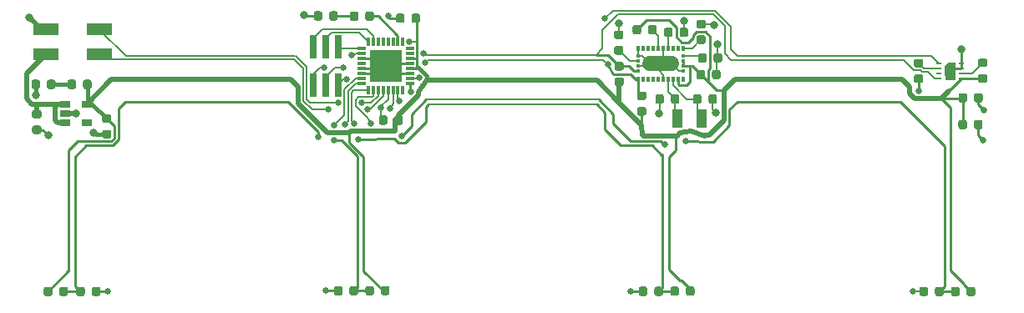
<source format=gtl>
G04 #@! TF.GenerationSoftware,KiCad,Pcbnew,(5.99.0-2415-gbbdd3fce7)*
G04 #@! TF.CreationDate,2020-08-31T21:48:50-07:00*
G04 #@! TF.ProjectId,VineHoop_Islands,56696e65-486f-46f7-905f-49736c616e64,rev?*
G04 #@! TF.SameCoordinates,Original*
G04 #@! TF.FileFunction,Copper,L1,Top*
G04 #@! TF.FilePolarity,Positive*
%FSLAX46Y46*%
G04 Gerber Fmt 4.6, Leading zero omitted, Abs format (unit mm)*
G04 Created by KiCad (PCBNEW (5.99.0-2415-gbbdd3fce7)) date 2020-08-31 21:48:50*
%MOMM*%
%LPD*%
G01*
G04 APERTURE LIST*
G04 #@! TA.AperFunction,EtchedComponent*
%ADD10C,0.010000*%
G04 #@! TD*
G04 #@! TA.AperFunction,SMDPad,CuDef*
%ADD11R,2.540000X1.270000*%
G04 #@! TD*
G04 #@! TA.AperFunction,SMDPad,CuDef*
%ADD12R,0.812800X0.304800*%
G04 #@! TD*
G04 #@! TA.AperFunction,SMDPad,CuDef*
%ADD13R,0.304800X0.812800*%
G04 #@! TD*
G04 #@! TA.AperFunction,SMDPad,CuDef*
%ADD14R,3.251200X3.251200*%
G04 #@! TD*
G04 #@! TA.AperFunction,SMDPad,CuDef*
%ADD15R,0.550000X0.250000*%
G04 #@! TD*
G04 #@! TA.AperFunction,SMDPad,CuDef*
%ADD16R,1.000000X1.000000*%
G04 #@! TD*
G04 #@! TA.AperFunction,SMDPad,CuDef*
%ADD17R,0.300000X0.525000*%
G04 #@! TD*
G04 #@! TA.AperFunction,SMDPad,CuDef*
%ADD18R,0.425000X0.300000*%
G04 #@! TD*
G04 #@! TA.AperFunction,SMDPad,CuDef*
%ADD19R,1.060000X0.650000*%
G04 #@! TD*
G04 #@! TA.AperFunction,SMDPad,CuDef*
%ADD20R,0.760000X2.400000*%
G04 #@! TD*
G04 #@! TA.AperFunction,SMDPad,CuDef*
%ADD21R,1.100000X1.900000*%
G04 #@! TD*
G04 #@! TA.AperFunction,ViaPad*
%ADD22C,0.660400*%
G04 #@! TD*
G04 #@! TA.AperFunction,ViaPad*
%ADD23C,0.800000*%
G04 #@! TD*
G04 #@! TA.AperFunction,Conductor*
%ADD24C,0.254000*%
G04 #@! TD*
G04 #@! TA.AperFunction,Conductor*
%ADD25C,0.152400*%
G04 #@! TD*
G04 #@! TA.AperFunction,Conductor*
%ADD26C,0.508000*%
G04 #@! TD*
G04 #@! TA.AperFunction,Conductor*
%ADD27C,0.381000*%
G04 #@! TD*
G04 #@! TA.AperFunction,Conductor*
%ADD28C,1.524000*%
G04 #@! TD*
G04 APERTURE END LIST*
G36*
X219475000Y-58675000D02*
G01*
X218475000Y-58675000D01*
X218475000Y-57275000D01*
X218775000Y-56975000D01*
X219475000Y-56975000D01*
X219475000Y-58675000D01*
G37*
D10*
X219475000Y-58675000D02*
X218475000Y-58675000D01*
X218475000Y-57275000D01*
X218775000Y-56975000D01*
X219475000Y-56975000D01*
X219475000Y-58675000D01*
G04 #@! TA.AperFunction,SMDPad,CuDef*
G36*
G01*
X221400000Y-63536250D02*
X221400000Y-63023750D01*
G75*
G02*
X221618750Y-62805000I218750J0D01*
G01*
X222056250Y-62805000D01*
G75*
G02*
X222275000Y-63023750I0J-218750D01*
G01*
X222275000Y-63536250D01*
G75*
G02*
X222056250Y-63755000I-218750J0D01*
G01*
X221618750Y-63755000D01*
G75*
G02*
X221400000Y-63536250I0J218750D01*
G01*
G37*
G04 #@! TD.AperFunction*
G04 #@! TA.AperFunction,SMDPad,CuDef*
G36*
G01*
X219825000Y-63536250D02*
X219825000Y-63023750D01*
G75*
G02*
X220043750Y-62805000I218750J0D01*
G01*
X220481250Y-62805000D01*
G75*
G02*
X220700000Y-63023750I0J-218750D01*
G01*
X220700000Y-63536250D01*
G75*
G02*
X220481250Y-63755000I-218750J0D01*
G01*
X220043750Y-63755000D01*
G75*
G02*
X219825000Y-63536250I0J218750D01*
G01*
G37*
G04 #@! TD.AperFunction*
G04 #@! TA.AperFunction,SMDPad,CuDef*
G36*
G01*
X220710000Y-60313750D02*
X220710000Y-60826250D01*
G75*
G02*
X220491250Y-61045000I-218750J0D01*
G01*
X220053750Y-61045000D01*
G75*
G02*
X219835000Y-60826250I0J218750D01*
G01*
X219835000Y-60313750D01*
G75*
G02*
X220053750Y-60095000I218750J0D01*
G01*
X220491250Y-60095000D01*
G75*
G02*
X220710000Y-60313750I0J-218750D01*
G01*
G37*
G04 #@! TD.AperFunction*
G04 #@! TA.AperFunction,SMDPad,CuDef*
G36*
G01*
X222285000Y-60313750D02*
X222285000Y-60826250D01*
G75*
G02*
X222066250Y-61045000I-218750J0D01*
G01*
X221628750Y-61045000D01*
G75*
G02*
X221410000Y-60826250I0J218750D01*
G01*
X221410000Y-60313750D01*
G75*
G02*
X221628750Y-60095000I218750J0D01*
G01*
X222066250Y-60095000D01*
G75*
G02*
X222285000Y-60313750I0J-218750D01*
G01*
G37*
G04 #@! TD.AperFunction*
D11*
X127311101Y-53616800D03*
X132771101Y-53616800D03*
X127311101Y-56156800D03*
X132771101Y-56156800D03*
G04 #@! TA.AperFunction,SMDPad,CuDef*
G36*
G01*
X192910000Y-60936250D02*
X192910000Y-60423750D01*
G75*
G02*
X193128750Y-60205000I218750J0D01*
G01*
X193566250Y-60205000D01*
G75*
G02*
X193785000Y-60423750I0J-218750D01*
G01*
X193785000Y-60936250D01*
G75*
G02*
X193566250Y-61155000I-218750J0D01*
G01*
X193128750Y-61155000D01*
G75*
G02*
X192910000Y-60936250I0J218750D01*
G01*
G37*
G04 #@! TD.AperFunction*
G04 #@! TA.AperFunction,SMDPad,CuDef*
G36*
G01*
X194485000Y-60936250D02*
X194485000Y-60423750D01*
G75*
G02*
X194703750Y-60205000I218750J0D01*
G01*
X195141250Y-60205000D01*
G75*
G02*
X195360000Y-60423750I0J-218750D01*
G01*
X195360000Y-60936250D01*
G75*
G02*
X195141250Y-61155000I-218750J0D01*
G01*
X194703750Y-61155000D01*
G75*
G02*
X194485000Y-60936250I0J218750D01*
G01*
G37*
G04 #@! TD.AperFunction*
G04 #@! TA.AperFunction,SMDPad,CuDef*
G36*
G01*
X191550000Y-60423750D02*
X191550000Y-60936250D01*
G75*
G02*
X191331250Y-61155000I-218750J0D01*
G01*
X190893750Y-61155000D01*
G75*
G02*
X190675000Y-60936250I0J218750D01*
G01*
X190675000Y-60423750D01*
G75*
G02*
X190893750Y-60205000I218750J0D01*
G01*
X191331250Y-60205000D01*
G75*
G02*
X191550000Y-60423750I0J-218750D01*
G01*
G37*
G04 #@! TD.AperFunction*
G04 #@! TA.AperFunction,SMDPad,CuDef*
G36*
G01*
X189975000Y-60423750D02*
X189975000Y-60936250D01*
G75*
G02*
X189756250Y-61155000I-218750J0D01*
G01*
X189318750Y-61155000D01*
G75*
G02*
X189100000Y-60936250I0J218750D01*
G01*
X189100000Y-60423750D01*
G75*
G02*
X189318750Y-60205000I218750J0D01*
G01*
X189756250Y-60205000D01*
G75*
G02*
X189975000Y-60423750I0J-218750D01*
G01*
G37*
G04 #@! TD.AperFunction*
G04 #@! TA.AperFunction,SMDPad,CuDef*
G36*
G01*
X162802000Y-52749250D02*
X162802000Y-52236750D01*
G75*
G02*
X163020750Y-52018000I218750J0D01*
G01*
X163458250Y-52018000D01*
G75*
G02*
X163677000Y-52236750I0J-218750D01*
G01*
X163677000Y-52749250D01*
G75*
G02*
X163458250Y-52968000I-218750J0D01*
G01*
X163020750Y-52968000D01*
G75*
G02*
X162802000Y-52749250I0J218750D01*
G01*
G37*
G04 #@! TD.AperFunction*
G04 #@! TA.AperFunction,SMDPad,CuDef*
G36*
G01*
X164377000Y-52749250D02*
X164377000Y-52236750D01*
G75*
G02*
X164595750Y-52018000I218750J0D01*
G01*
X165033250Y-52018000D01*
G75*
G02*
X165252000Y-52236750I0J-218750D01*
G01*
X165252000Y-52749250D01*
G75*
G02*
X165033250Y-52968000I-218750J0D01*
G01*
X164595750Y-52968000D01*
G75*
G02*
X164377000Y-52749250I0J218750D01*
G01*
G37*
G04 #@! TD.AperFunction*
G04 #@! TA.AperFunction,SMDPad,CuDef*
G36*
G01*
X193425800Y-56780150D02*
X193425800Y-56267650D01*
G75*
G02*
X193644550Y-56048900I218750J0D01*
G01*
X194082050Y-56048900D01*
G75*
G02*
X194300800Y-56267650I0J-218750D01*
G01*
X194300800Y-56780150D01*
G75*
G02*
X194082050Y-56998900I-218750J0D01*
G01*
X193644550Y-56998900D01*
G75*
G02*
X193425800Y-56780150I0J218750D01*
G01*
G37*
G04 #@! TD.AperFunction*
G04 #@! TA.AperFunction,SMDPad,CuDef*
G36*
G01*
X195000800Y-56780150D02*
X195000800Y-56267650D01*
G75*
G02*
X195219550Y-56048900I218750J0D01*
G01*
X195657050Y-56048900D01*
G75*
G02*
X195875800Y-56267650I0J-218750D01*
G01*
X195875800Y-56780150D01*
G75*
G02*
X195657050Y-56998900I-218750J0D01*
G01*
X195219550Y-56998900D01*
G75*
G02*
X195000800Y-56780150I0J218750D01*
G01*
G37*
G04 #@! TD.AperFunction*
G04 #@! TA.AperFunction,SMDPad,CuDef*
G36*
G01*
X185646450Y-56188600D02*
X185133950Y-56188600D01*
G75*
G02*
X184915200Y-55969850I0J218750D01*
G01*
X184915200Y-55532350D01*
G75*
G02*
X185133950Y-55313600I218750J0D01*
G01*
X185646450Y-55313600D01*
G75*
G02*
X185865200Y-55532350I0J-218750D01*
G01*
X185865200Y-55969850D01*
G75*
G02*
X185646450Y-56188600I-218750J0D01*
G01*
G37*
G04 #@! TD.AperFunction*
G04 #@! TA.AperFunction,SMDPad,CuDef*
G36*
G01*
X185646450Y-54613600D02*
X185133950Y-54613600D01*
G75*
G02*
X184915200Y-54394850I0J218750D01*
G01*
X184915200Y-53957350D01*
G75*
G02*
X185133950Y-53738600I218750J0D01*
G01*
X185646450Y-53738600D01*
G75*
G02*
X185865200Y-53957350I0J-218750D01*
G01*
X185865200Y-54394850D01*
G75*
G02*
X185646450Y-54613600I-218750J0D01*
G01*
G37*
G04 #@! TD.AperFunction*
G04 #@! TA.AperFunction,SMDPad,CuDef*
G36*
G01*
X222544850Y-57452700D02*
X222032350Y-57452700D01*
G75*
G02*
X221813600Y-57233950I0J218750D01*
G01*
X221813600Y-56796450D01*
G75*
G02*
X222032350Y-56577700I218750J0D01*
G01*
X222544850Y-56577700D01*
G75*
G02*
X222763600Y-56796450I0J-218750D01*
G01*
X222763600Y-57233950D01*
G75*
G02*
X222544850Y-57452700I-218750J0D01*
G01*
G37*
G04 #@! TD.AperFunction*
G04 #@! TA.AperFunction,SMDPad,CuDef*
G36*
G01*
X222544850Y-59027700D02*
X222032350Y-59027700D01*
G75*
G02*
X221813600Y-58808950I0J218750D01*
G01*
X221813600Y-58371450D01*
G75*
G02*
X222032350Y-58152700I218750J0D01*
G01*
X222544850Y-58152700D01*
G75*
G02*
X222763600Y-58371450I0J-218750D01*
G01*
X222763600Y-58808950D01*
G75*
G02*
X222544850Y-59027700I-218750J0D01*
G01*
G37*
G04 #@! TD.AperFunction*
D12*
X164230300Y-59071600D03*
X164230300Y-58563600D03*
X164230300Y-58081000D03*
X164230300Y-57573000D03*
X164230300Y-57065000D03*
X164230300Y-56557000D03*
X164230300Y-56074400D03*
X164230300Y-55566400D03*
D13*
X163519100Y-54855200D03*
X163011100Y-54855200D03*
X162528500Y-54855200D03*
X162020500Y-54855200D03*
X161512500Y-54855200D03*
X161004500Y-54855200D03*
X160521900Y-54855200D03*
X160013900Y-54855200D03*
D12*
X159302700Y-55566400D03*
X159302700Y-56074400D03*
X159302700Y-56557000D03*
X159302700Y-57065000D03*
X159302700Y-57573000D03*
X159302700Y-58081000D03*
X159302700Y-58563600D03*
X159302700Y-59071600D03*
D13*
X160013900Y-59782800D03*
X160521900Y-59782800D03*
X161004500Y-59782800D03*
X161512500Y-59782800D03*
X162020500Y-59782800D03*
X162528500Y-59782800D03*
X163011100Y-59782800D03*
X163519100Y-59782800D03*
D14*
X161766500Y-57319000D03*
D15*
X217800000Y-57075000D03*
X217800000Y-57575000D03*
X217800000Y-58075000D03*
X217800000Y-58575000D03*
X220150000Y-58575000D03*
X220150000Y-58075000D03*
X220150000Y-57575000D03*
X220150000Y-57075000D03*
D16*
X218975000Y-57825000D03*
D17*
X191900000Y-58662500D03*
D18*
X191962500Y-57850000D03*
X191962500Y-57350000D03*
X191962500Y-56850000D03*
X191962500Y-56350000D03*
D17*
X191900000Y-55537500D03*
X191400000Y-55537500D03*
X190900000Y-55537500D03*
X190400000Y-55537500D03*
X189900000Y-55537500D03*
X189400000Y-55537500D03*
X188900000Y-55537500D03*
X188400000Y-55537500D03*
X187900000Y-55537500D03*
X187400000Y-55537500D03*
D18*
X187337500Y-56350000D03*
X187337500Y-56850000D03*
X187337500Y-57350000D03*
X187337500Y-57850000D03*
D17*
X187400000Y-58662500D03*
X187900000Y-58662500D03*
X188400000Y-58662500D03*
X188900000Y-58662500D03*
X189400000Y-58662500D03*
X189900000Y-58662500D03*
X190400000Y-58662500D03*
X190900000Y-58662500D03*
X191400000Y-58662500D03*
G04 #@! TA.AperFunction,SMDPad,CuDef*
G36*
G01*
X187464750Y-59921500D02*
X187977250Y-59921500D01*
G75*
G02*
X188196000Y-60140250I0J-218750D01*
G01*
X188196000Y-60577750D01*
G75*
G02*
X187977250Y-60796500I-218750J0D01*
G01*
X187464750Y-60796500D01*
G75*
G02*
X187246000Y-60577750I0J218750D01*
G01*
X187246000Y-60140250D01*
G75*
G02*
X187464750Y-59921500I218750J0D01*
G01*
G37*
G04 #@! TD.AperFunction*
G04 #@! TA.AperFunction,SMDPad,CuDef*
G36*
G01*
X187464750Y-61496500D02*
X187977250Y-61496500D01*
G75*
G02*
X188196000Y-61715250I0J-218750D01*
G01*
X188196000Y-62152750D01*
G75*
G02*
X187977250Y-62371500I-218750J0D01*
G01*
X187464750Y-62371500D01*
G75*
G02*
X187246000Y-62152750I0J218750D01*
G01*
X187246000Y-61715250D01*
G75*
G02*
X187464750Y-61496500I218750J0D01*
G01*
G37*
G04 #@! TD.AperFunction*
G04 #@! TA.AperFunction,SMDPad,CuDef*
G36*
G01*
X161075000Y-63081250D02*
X161075000Y-62568750D01*
G75*
G02*
X161293750Y-62350000I218750J0D01*
G01*
X161731250Y-62350000D01*
G75*
G02*
X161950000Y-62568750I0J-218750D01*
G01*
X161950000Y-63081250D01*
G75*
G02*
X161731250Y-63300000I-218750J0D01*
G01*
X161293750Y-63300000D01*
G75*
G02*
X161075000Y-63081250I0J218750D01*
G01*
G37*
G04 #@! TD.AperFunction*
G04 #@! TA.AperFunction,SMDPad,CuDef*
G36*
G01*
X162650000Y-63081250D02*
X162650000Y-62568750D01*
G75*
G02*
X162868750Y-62350000I218750J0D01*
G01*
X163306250Y-62350000D01*
G75*
G02*
X163525000Y-62568750I0J-218750D01*
G01*
X163525000Y-63081250D01*
G75*
G02*
X163306250Y-63300000I-218750J0D01*
G01*
X162868750Y-63300000D01*
G75*
G02*
X162650000Y-63081250I0J218750D01*
G01*
G37*
G04 #@! TD.AperFunction*
G04 #@! TA.AperFunction,SMDPad,CuDef*
G36*
G01*
X216044850Y-59065200D02*
X215532350Y-59065200D01*
G75*
G02*
X215313600Y-58846450I0J218750D01*
G01*
X215313600Y-58408950D01*
G75*
G02*
X215532350Y-58190200I218750J0D01*
G01*
X216044850Y-58190200D01*
G75*
G02*
X216263600Y-58408950I0J-218750D01*
G01*
X216263600Y-58846450D01*
G75*
G02*
X216044850Y-59065200I-218750J0D01*
G01*
G37*
G04 #@! TD.AperFunction*
G04 #@! TA.AperFunction,SMDPad,CuDef*
G36*
G01*
X216044850Y-57490200D02*
X215532350Y-57490200D01*
G75*
G02*
X215313600Y-57271450I0J218750D01*
G01*
X215313600Y-56833950D01*
G75*
G02*
X215532350Y-56615200I218750J0D01*
G01*
X216044850Y-56615200D01*
G75*
G02*
X216263600Y-56833950I0J-218750D01*
G01*
X216263600Y-57271450D01*
G75*
G02*
X216044850Y-57490200I-218750J0D01*
G01*
G37*
G04 #@! TD.AperFunction*
G04 #@! TA.AperFunction,SMDPad,CuDef*
G36*
G01*
X189240000Y-53398750D02*
X189240000Y-53911250D01*
G75*
G02*
X189021250Y-54130000I-218750J0D01*
G01*
X188583750Y-54130000D01*
G75*
G02*
X188365000Y-53911250I0J218750D01*
G01*
X188365000Y-53398750D01*
G75*
G02*
X188583750Y-53180000I218750J0D01*
G01*
X189021250Y-53180000D01*
G75*
G02*
X189240000Y-53398750I0J-218750D01*
G01*
G37*
G04 #@! TD.AperFunction*
G04 #@! TA.AperFunction,SMDPad,CuDef*
G36*
G01*
X187665000Y-53398750D02*
X187665000Y-53911250D01*
G75*
G02*
X187446250Y-54130000I-218750J0D01*
G01*
X187008750Y-54130000D01*
G75*
G02*
X186790000Y-53911250I0J218750D01*
G01*
X186790000Y-53398750D01*
G75*
G02*
X187008750Y-53180000I218750J0D01*
G01*
X187446250Y-53180000D01*
G75*
G02*
X187665000Y-53398750I0J-218750D01*
G01*
G37*
G04 #@! TD.AperFunction*
G04 #@! TA.AperFunction,SMDPad,CuDef*
G36*
G01*
X194001250Y-55097500D02*
X193488750Y-55097500D01*
G75*
G02*
X193270000Y-54878750I0J218750D01*
G01*
X193270000Y-54441250D01*
G75*
G02*
X193488750Y-54222500I218750J0D01*
G01*
X194001250Y-54222500D01*
G75*
G02*
X194220000Y-54441250I0J-218750D01*
G01*
X194220000Y-54878750D01*
G75*
G02*
X194001250Y-55097500I-218750J0D01*
G01*
G37*
G04 #@! TD.AperFunction*
G04 #@! TA.AperFunction,SMDPad,CuDef*
G36*
G01*
X194001250Y-53522500D02*
X193488750Y-53522500D01*
G75*
G02*
X193270000Y-53303750I0J218750D01*
G01*
X193270000Y-52866250D01*
G75*
G02*
X193488750Y-52647500I218750J0D01*
G01*
X194001250Y-52647500D01*
G75*
G02*
X194220000Y-52866250I0J-218750D01*
G01*
X194220000Y-53303750D01*
G75*
G02*
X194001250Y-53522500I-218750J0D01*
G01*
G37*
G04 #@! TD.AperFunction*
G04 #@! TA.AperFunction,SMDPad,CuDef*
G36*
G01*
X189986500Y-54170250D02*
X189986500Y-53657750D01*
G75*
G02*
X190205250Y-53439000I218750J0D01*
G01*
X190642750Y-53439000D01*
G75*
G02*
X190861500Y-53657750I0J-218750D01*
G01*
X190861500Y-54170250D01*
G75*
G02*
X190642750Y-54389000I-218750J0D01*
G01*
X190205250Y-54389000D01*
G75*
G02*
X189986500Y-54170250I0J218750D01*
G01*
G37*
G04 #@! TD.AperFunction*
G04 #@! TA.AperFunction,SMDPad,CuDef*
G36*
G01*
X191561500Y-54170250D02*
X191561500Y-53657750D01*
G75*
G02*
X191780250Y-53439000I218750J0D01*
G01*
X192217750Y-53439000D01*
G75*
G02*
X192436500Y-53657750I0J-218750D01*
G01*
X192436500Y-54170250D01*
G75*
G02*
X192217750Y-54389000I-218750J0D01*
G01*
X191780250Y-54389000D01*
G75*
G02*
X191561500Y-54170250I0J218750D01*
G01*
G37*
G04 #@! TD.AperFunction*
G04 #@! TA.AperFunction,SMDPad,CuDef*
G36*
G01*
X185178750Y-56924500D02*
X185691250Y-56924500D01*
G75*
G02*
X185910000Y-57143250I0J-218750D01*
G01*
X185910000Y-57580750D01*
G75*
G02*
X185691250Y-57799500I-218750J0D01*
G01*
X185178750Y-57799500D01*
G75*
G02*
X184960000Y-57580750I0J218750D01*
G01*
X184960000Y-57143250D01*
G75*
G02*
X185178750Y-56924500I218750J0D01*
G01*
G37*
G04 #@! TD.AperFunction*
G04 #@! TA.AperFunction,SMDPad,CuDef*
G36*
G01*
X185178750Y-58499500D02*
X185691250Y-58499500D01*
G75*
G02*
X185910000Y-58718250I0J-218750D01*
G01*
X185910000Y-59155750D01*
G75*
G02*
X185691250Y-59374500I-218750J0D01*
G01*
X185178750Y-59374500D01*
G75*
G02*
X184960000Y-59155750I0J218750D01*
G01*
X184960000Y-58718250D01*
G75*
G02*
X185178750Y-58499500I218750J0D01*
G01*
G37*
G04 #@! TD.AperFunction*
G04 #@! TA.AperFunction,SMDPad,CuDef*
G36*
G01*
X133243750Y-62245803D02*
X133756250Y-62245803D01*
G75*
G02*
X133975000Y-62464553I0J-218750D01*
G01*
X133975000Y-62902053D01*
G75*
G02*
X133756250Y-63120803I-218750J0D01*
G01*
X133243750Y-63120803D01*
G75*
G02*
X133025000Y-62902053I0J218750D01*
G01*
X133025000Y-62464553D01*
G75*
G02*
X133243750Y-62245803I218750J0D01*
G01*
G37*
G04 #@! TD.AperFunction*
G04 #@! TA.AperFunction,SMDPad,CuDef*
G36*
G01*
X133243750Y-63820803D02*
X133756250Y-63820803D01*
G75*
G02*
X133975000Y-64039553I0J-218750D01*
G01*
X133975000Y-64477053D01*
G75*
G02*
X133756250Y-64695803I-218750J0D01*
G01*
X133243750Y-64695803D01*
G75*
G02*
X133025000Y-64477053I0J218750D01*
G01*
X133025000Y-64039553D01*
G75*
G02*
X133243750Y-63820803I218750J0D01*
G01*
G37*
G04 #@! TD.AperFunction*
D19*
X129238899Y-61183303D03*
X129238899Y-62133303D03*
X129238899Y-63083303D03*
X131438899Y-63083303D03*
X131438899Y-61183303D03*
G04 #@! TA.AperFunction,SMDPad,CuDef*
G36*
G01*
X154470600Y-52514850D02*
X154470600Y-52002350D01*
G75*
G02*
X154689350Y-51783600I218750J0D01*
G01*
X155126850Y-51783600D01*
G75*
G02*
X155345600Y-52002350I0J-218750D01*
G01*
X155345600Y-52514850D01*
G75*
G02*
X155126850Y-52733600I-218750J0D01*
G01*
X154689350Y-52733600D01*
G75*
G02*
X154470600Y-52514850I0J218750D01*
G01*
G37*
G04 #@! TD.AperFunction*
G04 #@! TA.AperFunction,SMDPad,CuDef*
G36*
G01*
X156045600Y-52514850D02*
X156045600Y-52002350D01*
G75*
G02*
X156264350Y-51783600I218750J0D01*
G01*
X156701850Y-51783600D01*
G75*
G02*
X156920600Y-52002350I0J-218750D01*
G01*
X156920600Y-52514850D01*
G75*
G02*
X156701850Y-52733600I-218750J0D01*
G01*
X156264350Y-52733600D01*
G75*
G02*
X156045600Y-52514850I0J218750D01*
G01*
G37*
G04 #@! TD.AperFunction*
G04 #@! TA.AperFunction,SMDPad,CuDef*
G36*
G01*
X158128500Y-52540250D02*
X158128500Y-52027750D01*
G75*
G02*
X158347250Y-51809000I218750J0D01*
G01*
X158784750Y-51809000D01*
G75*
G02*
X159003500Y-52027750I0J-218750D01*
G01*
X159003500Y-52540250D01*
G75*
G02*
X158784750Y-52759000I-218750J0D01*
G01*
X158347250Y-52759000D01*
G75*
G02*
X158128500Y-52540250I0J218750D01*
G01*
G37*
G04 #@! TD.AperFunction*
G04 #@! TA.AperFunction,SMDPad,CuDef*
G36*
G01*
X159703500Y-52540250D02*
X159703500Y-52027750D01*
G75*
G02*
X159922250Y-51809000I218750J0D01*
G01*
X160359750Y-51809000D01*
G75*
G02*
X160578500Y-52027750I0J-218750D01*
G01*
X160578500Y-52540250D01*
G75*
G02*
X160359750Y-52759000I-218750J0D01*
G01*
X159922250Y-52759000D01*
G75*
G02*
X159703500Y-52540250I0J218750D01*
G01*
G37*
G04 #@! TD.AperFunction*
G04 #@! TA.AperFunction,SMDPad,CuDef*
G36*
G01*
X125854900Y-59456250D02*
X125854900Y-58943750D01*
G75*
G02*
X126073650Y-58725000I218750J0D01*
G01*
X126511150Y-58725000D01*
G75*
G02*
X126729900Y-58943750I0J-218750D01*
G01*
X126729900Y-59456250D01*
G75*
G02*
X126511150Y-59675000I-218750J0D01*
G01*
X126073650Y-59675000D01*
G75*
G02*
X125854900Y-59456250I0J218750D01*
G01*
G37*
G04 #@! TD.AperFunction*
G04 #@! TA.AperFunction,SMDPad,CuDef*
G36*
G01*
X127429900Y-59456250D02*
X127429900Y-58943750D01*
G75*
G02*
X127648650Y-58725000I218750J0D01*
G01*
X128086150Y-58725000D01*
G75*
G02*
X128304900Y-58943750I0J-218750D01*
G01*
X128304900Y-59456250D01*
G75*
G02*
X128086150Y-59675000I-218750J0D01*
G01*
X127648650Y-59675000D01*
G75*
G02*
X127429900Y-59456250I0J218750D01*
G01*
G37*
G04 #@! TD.AperFunction*
G04 #@! TA.AperFunction,SMDPad,CuDef*
G36*
G01*
X131962500Y-58943750D02*
X131962500Y-59456250D01*
G75*
G02*
X131743750Y-59675000I-218750J0D01*
G01*
X131306250Y-59675000D01*
G75*
G02*
X131087500Y-59456250I0J218750D01*
G01*
X131087500Y-58943750D01*
G75*
G02*
X131306250Y-58725000I218750J0D01*
G01*
X131743750Y-58725000D01*
G75*
G02*
X131962500Y-58943750I0J-218750D01*
G01*
G37*
G04 #@! TD.AperFunction*
G04 #@! TA.AperFunction,SMDPad,CuDef*
G36*
G01*
X130387500Y-58943750D02*
X130387500Y-59456250D01*
G75*
G02*
X130168750Y-59675000I-218750J0D01*
G01*
X129731250Y-59675000D01*
G75*
G02*
X129512500Y-59456250I0J218750D01*
G01*
X129512500Y-58943750D01*
G75*
G02*
X129731250Y-58725000I218750J0D01*
G01*
X130168750Y-58725000D01*
G75*
G02*
X130387500Y-58943750I0J-218750D01*
G01*
G37*
G04 #@! TD.AperFunction*
G04 #@! TA.AperFunction,SMDPad,CuDef*
G36*
G01*
X195723300Y-57944850D02*
X195723300Y-58457350D01*
G75*
G02*
X195504550Y-58676100I-218750J0D01*
G01*
X195067050Y-58676100D01*
G75*
G02*
X194848300Y-58457350I0J218750D01*
G01*
X194848300Y-57944850D01*
G75*
G02*
X195067050Y-57726100I218750J0D01*
G01*
X195504550Y-57726100D01*
G75*
G02*
X195723300Y-57944850I0J-218750D01*
G01*
G37*
G04 #@! TD.AperFunction*
G04 #@! TA.AperFunction,SMDPad,CuDef*
G36*
G01*
X194148300Y-57944850D02*
X194148300Y-58457350D01*
G75*
G02*
X193929550Y-58676100I-218750J0D01*
G01*
X193492050Y-58676100D01*
G75*
G02*
X193273300Y-58457350I0J218750D01*
G01*
X193273300Y-57944850D01*
G75*
G02*
X193492050Y-57726100I218750J0D01*
G01*
X193929550Y-57726100D01*
G75*
G02*
X194148300Y-57944850I0J-218750D01*
G01*
G37*
G04 #@! TD.AperFunction*
D20*
X154400500Y-59269000D03*
X154400500Y-55369000D03*
X155670500Y-59269000D03*
X155670500Y-55369000D03*
X156940500Y-59269000D03*
X156940500Y-55369000D03*
D21*
X193817000Y-62696000D03*
X191317000Y-62696000D03*
G04 #@! TA.AperFunction,SMDPad,CuDef*
G36*
G01*
X162158428Y-79859985D02*
X162158428Y-80372485D01*
G75*
G02*
X161939678Y-80591235I-218750J0D01*
G01*
X161502178Y-80591235D01*
G75*
G02*
X161283428Y-80372485I0J218750D01*
G01*
X161283428Y-79859985D01*
G75*
G02*
X161502178Y-79641235I218750J0D01*
G01*
X161939678Y-79641235D01*
G75*
G02*
X162158428Y-79859985I0J-218750D01*
G01*
G37*
G04 #@! TD.AperFunction*
G04 #@! TA.AperFunction,SMDPad,CuDef*
G36*
G01*
X160583428Y-79859985D02*
X160583428Y-80372485D01*
G75*
G02*
X160364678Y-80591235I-218750J0D01*
G01*
X159927178Y-80591235D01*
G75*
G02*
X159708428Y-80372485I0J218750D01*
G01*
X159708428Y-79859985D01*
G75*
G02*
X159927178Y-79641235I218750J0D01*
G01*
X160364678Y-79641235D01*
G75*
G02*
X160583428Y-79859985I0J-218750D01*
G01*
G37*
G04 #@! TD.AperFunction*
G04 #@! TA.AperFunction,SMDPad,CuDef*
G36*
G01*
X221534028Y-79953158D02*
X221534028Y-80465658D01*
G75*
G02*
X221315278Y-80684408I-218750J0D01*
G01*
X220877778Y-80684408D01*
G75*
G02*
X220659028Y-80465658I0J218750D01*
G01*
X220659028Y-79953158D01*
G75*
G02*
X220877778Y-79734408I218750J0D01*
G01*
X221315278Y-79734408D01*
G75*
G02*
X221534028Y-79953158I0J-218750D01*
G01*
G37*
G04 #@! TD.AperFunction*
G04 #@! TA.AperFunction,SMDPad,CuDef*
G36*
G01*
X219959028Y-79953158D02*
X219959028Y-80465658D01*
G75*
G02*
X219740278Y-80684408I-218750J0D01*
G01*
X219302778Y-80684408D01*
G75*
G02*
X219084028Y-80465658I0J218750D01*
G01*
X219084028Y-79953158D01*
G75*
G02*
X219302778Y-79734408I218750J0D01*
G01*
X219740278Y-79734408D01*
G75*
G02*
X219959028Y-79953158I0J-218750D01*
G01*
G37*
G04 #@! TD.AperFunction*
G04 #@! TA.AperFunction,SMDPad,CuDef*
G36*
G01*
X193087015Y-79924278D02*
X193087015Y-80436778D01*
G75*
G02*
X192868265Y-80655528I-218750J0D01*
G01*
X192430765Y-80655528D01*
G75*
G02*
X192212015Y-80436778I0J218750D01*
G01*
X192212015Y-79924278D01*
G75*
G02*
X192430765Y-79705528I218750J0D01*
G01*
X192868265Y-79705528D01*
G75*
G02*
X193087015Y-79924278I0J-218750D01*
G01*
G37*
G04 #@! TD.AperFunction*
G04 #@! TA.AperFunction,SMDPad,CuDef*
G36*
G01*
X191512015Y-79924278D02*
X191512015Y-80436778D01*
G75*
G02*
X191293265Y-80655528I-218750J0D01*
G01*
X190855765Y-80655528D01*
G75*
G02*
X190637015Y-80436778I0J218750D01*
G01*
X190637015Y-79924278D01*
G75*
G02*
X190855765Y-79705528I218750J0D01*
G01*
X191293265Y-79705528D01*
G75*
G02*
X191512015Y-79924278I0J-218750D01*
G01*
G37*
G04 #@! TD.AperFunction*
G04 #@! TA.AperFunction,SMDPad,CuDef*
G36*
G01*
X127105000Y-80456250D02*
X127105000Y-79943750D01*
G75*
G02*
X127323750Y-79725000I218750J0D01*
G01*
X127761250Y-79725000D01*
G75*
G02*
X127980000Y-79943750I0J-218750D01*
G01*
X127980000Y-80456250D01*
G75*
G02*
X127761250Y-80675000I-218750J0D01*
G01*
X127323750Y-80675000D01*
G75*
G02*
X127105000Y-80456250I0J218750D01*
G01*
G37*
G04 #@! TD.AperFunction*
G04 #@! TA.AperFunction,SMDPad,CuDef*
G36*
G01*
X128680000Y-80456250D02*
X128680000Y-79943750D01*
G75*
G02*
X128898750Y-79725000I218750J0D01*
G01*
X129336250Y-79725000D01*
G75*
G02*
X129555000Y-79943750I0J-218750D01*
G01*
X129555000Y-80456250D01*
G75*
G02*
X129336250Y-80675000I-218750J0D01*
G01*
X128898750Y-80675000D01*
G75*
G02*
X128680000Y-80456250I0J218750D01*
G01*
G37*
G04 #@! TD.AperFunction*
G04 #@! TA.AperFunction,SMDPad,CuDef*
G36*
G01*
X215872500Y-80456250D02*
X215872500Y-79943750D01*
G75*
G02*
X216091250Y-79725000I218750J0D01*
G01*
X216528750Y-79725000D01*
G75*
G02*
X216747500Y-79943750I0J-218750D01*
G01*
X216747500Y-80456250D01*
G75*
G02*
X216528750Y-80675000I-218750J0D01*
G01*
X216091250Y-80675000D01*
G75*
G02*
X215872500Y-80456250I0J218750D01*
G01*
G37*
G04 #@! TD.AperFunction*
G04 #@! TA.AperFunction,SMDPad,CuDef*
G36*
G01*
X217447500Y-80456250D02*
X217447500Y-79943750D01*
G75*
G02*
X217666250Y-79725000I218750J0D01*
G01*
X218103750Y-79725000D01*
G75*
G02*
X218322500Y-79943750I0J-218750D01*
G01*
X218322500Y-80456250D01*
G75*
G02*
X218103750Y-80675000I-218750J0D01*
G01*
X217666250Y-80675000D01*
G75*
G02*
X217447500Y-80456250I0J218750D01*
G01*
G37*
G04 #@! TD.AperFunction*
G04 #@! TA.AperFunction,SMDPad,CuDef*
G36*
G01*
X132855000Y-79943750D02*
X132855000Y-80456250D01*
G75*
G02*
X132636250Y-80675000I-218750J0D01*
G01*
X132198750Y-80675000D01*
G75*
G02*
X131980000Y-80456250I0J218750D01*
G01*
X131980000Y-79943750D01*
G75*
G02*
X132198750Y-79725000I218750J0D01*
G01*
X132636250Y-79725000D01*
G75*
G02*
X132855000Y-79943750I0J-218750D01*
G01*
G37*
G04 #@! TD.AperFunction*
G04 #@! TA.AperFunction,SMDPad,CuDef*
G36*
G01*
X131280000Y-79943750D02*
X131280000Y-80456250D01*
G75*
G02*
X131061250Y-80675000I-218750J0D01*
G01*
X130623750Y-80675000D01*
G75*
G02*
X130405000Y-80456250I0J218750D01*
G01*
X130405000Y-79943750D01*
G75*
G02*
X130623750Y-79725000I218750J0D01*
G01*
X131061250Y-79725000D01*
G75*
G02*
X131280000Y-79943750I0J-218750D01*
G01*
G37*
G04 #@! TD.AperFunction*
G04 #@! TA.AperFunction,SMDPad,CuDef*
G36*
G01*
X156527500Y-80396250D02*
X156527500Y-79883750D01*
G75*
G02*
X156746250Y-79665000I218750J0D01*
G01*
X157183750Y-79665000D01*
G75*
G02*
X157402500Y-79883750I0J-218750D01*
G01*
X157402500Y-80396250D01*
G75*
G02*
X157183750Y-80615000I-218750J0D01*
G01*
X156746250Y-80615000D01*
G75*
G02*
X156527500Y-80396250I0J218750D01*
G01*
G37*
G04 #@! TD.AperFunction*
G04 #@! TA.AperFunction,SMDPad,CuDef*
G36*
G01*
X158102500Y-80396250D02*
X158102500Y-79883750D01*
G75*
G02*
X158321250Y-79665000I218750J0D01*
G01*
X158758750Y-79665000D01*
G75*
G02*
X158977500Y-79883750I0J-218750D01*
G01*
X158977500Y-80396250D01*
G75*
G02*
X158758750Y-80615000I-218750J0D01*
G01*
X158321250Y-80615000D01*
G75*
G02*
X158102500Y-80396250I0J218750D01*
G01*
G37*
G04 #@! TD.AperFunction*
G04 #@! TA.AperFunction,SMDPad,CuDef*
G36*
G01*
X187422250Y-80450500D02*
X187422250Y-79938000D01*
G75*
G02*
X187641000Y-79719250I218750J0D01*
G01*
X188078500Y-79719250D01*
G75*
G02*
X188297250Y-79938000I0J-218750D01*
G01*
X188297250Y-80450500D01*
G75*
G02*
X188078500Y-80669250I-218750J0D01*
G01*
X187641000Y-80669250D01*
G75*
G02*
X187422250Y-80450500I0J218750D01*
G01*
G37*
G04 #@! TD.AperFunction*
G04 #@! TA.AperFunction,SMDPad,CuDef*
G36*
G01*
X188997250Y-80450500D02*
X188997250Y-79938000D01*
G75*
G02*
X189216000Y-79719250I218750J0D01*
G01*
X189653500Y-79719250D01*
G75*
G02*
X189872250Y-79938000I0J-218750D01*
G01*
X189872250Y-80450500D01*
G75*
G02*
X189653500Y-80669250I-218750J0D01*
G01*
X189216000Y-80669250D01*
G75*
G02*
X188997250Y-80450500I0J218750D01*
G01*
G37*
G04 #@! TD.AperFunction*
G04 #@! TA.AperFunction,SMDPad,CuDef*
G36*
G01*
X126143750Y-61795803D02*
X126656250Y-61795803D01*
G75*
G02*
X126875000Y-62014553I0J-218750D01*
G01*
X126875000Y-62452053D01*
G75*
G02*
X126656250Y-62670803I-218750J0D01*
G01*
X126143750Y-62670803D01*
G75*
G02*
X125925000Y-62452053I0J218750D01*
G01*
X125925000Y-62014553D01*
G75*
G02*
X126143750Y-61795803I218750J0D01*
G01*
G37*
G04 #@! TD.AperFunction*
G04 #@! TA.AperFunction,SMDPad,CuDef*
G36*
G01*
X126143750Y-63370803D02*
X126656250Y-63370803D01*
G75*
G02*
X126875000Y-63589553I0J-218750D01*
G01*
X126875000Y-64027053D01*
G75*
G02*
X126656250Y-64245803I-218750J0D01*
G01*
X126143750Y-64245803D01*
G75*
G02*
X125925000Y-64027053I0J218750D01*
G01*
X125925000Y-63589553D01*
G75*
G02*
X126143750Y-63370803I218750J0D01*
G01*
G37*
G04 #@! TD.AperFunction*
D22*
X222300000Y-64840000D03*
X222450000Y-61820000D03*
X190070000Y-65260000D03*
X192190000Y-64910000D03*
X155960000Y-61730000D03*
X158990000Y-64770000D03*
D23*
X132170000Y-64120000D03*
D22*
X158320000Y-56220000D03*
X154900000Y-64525000D03*
X157850000Y-58650000D03*
X165195500Y-58550000D03*
X162250000Y-61650000D03*
X164350000Y-59950000D03*
X184300000Y-57200000D03*
X215237700Y-80200000D03*
X186577450Y-80194250D03*
D23*
X191990200Y-52751100D03*
D22*
X156950000Y-61050000D03*
X159950000Y-61700000D03*
X160300000Y-63200000D03*
X163400000Y-64450000D03*
X155690000Y-80090000D03*
X156550000Y-64901401D03*
X165801900Y-56958058D03*
X165620901Y-56100783D03*
X215800000Y-59850000D03*
X133630000Y-80200000D03*
D23*
X153534200Y-52184400D03*
X130400000Y-62133303D03*
D22*
X160750500Y-58380000D03*
X162909500Y-56221000D03*
D23*
X188540200Y-57101100D03*
X127600000Y-64383303D03*
X220088600Y-55677700D03*
X185390200Y-53001100D03*
D22*
X162909500Y-58380000D03*
D23*
X195240200Y-62051100D03*
X195090200Y-53201100D03*
X190740200Y-57101100D03*
D22*
X160750500Y-56221000D03*
D23*
X125661101Y-52400000D03*
X126300000Y-60300000D03*
X195440200Y-55101100D03*
D22*
X162020500Y-52284000D03*
D23*
X189490200Y-62151100D03*
D22*
X164201702Y-54883798D03*
X155543500Y-57491000D03*
X161258500Y-61555000D03*
X163150000Y-60850000D03*
X157448500Y-57491000D03*
X184009446Y-52523496D03*
X156559500Y-63333000D03*
X157612190Y-63242690D03*
X158591500Y-63206000D03*
X159327691Y-61071801D03*
D24*
X158088083Y-64117201D02*
X158088083Y-65090293D01*
X158088083Y-65090293D02*
X159530000Y-66532210D01*
X159530000Y-66532210D02*
X159530000Y-78181826D01*
X159530000Y-78181826D02*
X161640000Y-80160000D01*
X221837500Y-64377500D02*
X222300000Y-64840000D01*
X221837500Y-63280000D02*
X221837500Y-64377500D01*
X220272500Y-60570000D02*
X220272500Y-63270000D01*
X220272500Y-63270000D02*
X220262500Y-63280000D01*
D25*
X165620901Y-56100783D02*
X165761445Y-56241327D01*
X165761445Y-56241327D02*
X183133619Y-56241327D01*
X183133619Y-56241327D02*
X183700000Y-55540000D01*
D24*
X221847500Y-61217500D02*
X222450000Y-61820000D01*
X221847500Y-60570000D02*
X221847500Y-61217500D01*
X218090799Y-60634201D02*
X220208299Y-60634201D01*
X220208299Y-60634201D02*
X220272500Y-60570000D01*
D26*
X162720000Y-63930000D02*
X162755799Y-62744201D01*
D24*
X187400000Y-58662500D02*
X187400000Y-60038000D01*
X187400000Y-60038000D02*
X187721000Y-60359000D01*
X183090000Y-56220000D02*
X184293000Y-56220000D01*
X184293000Y-56220000D02*
X185435000Y-57362000D01*
D26*
X197178402Y-58710000D02*
X214122996Y-58710000D01*
X214122996Y-58710000D02*
X214900000Y-59487004D01*
X196094201Y-59794201D02*
X197178402Y-58710000D01*
X214900000Y-59487004D02*
X214900000Y-60110618D01*
X214900000Y-60110618D02*
X215423583Y-60634201D01*
X215423583Y-60634201D02*
X218090799Y-60634201D01*
D24*
X220405590Y-79518470D02*
X221096528Y-80209408D01*
X219030000Y-77709222D02*
X219030000Y-78070000D01*
X217885000Y-80200000D02*
X219512120Y-80200000D01*
X219030000Y-78070000D02*
X220405590Y-79445590D01*
X220405590Y-79445590D02*
X220405590Y-79518470D01*
X219512120Y-80200000D02*
X219521528Y-80209408D01*
X192649515Y-79954393D02*
X192649515Y-80180528D01*
X190500000Y-77920000D02*
X190500000Y-77994275D01*
X191587503Y-79081778D02*
X191776900Y-79081778D01*
X190500000Y-77994275D02*
X191587503Y-79081778D01*
X191776900Y-79081778D02*
X192649515Y-79954393D01*
X191060793Y-80194250D02*
X191074515Y-80180528D01*
X189434750Y-80194250D02*
X191060793Y-80194250D01*
X160122163Y-80140000D02*
X160145928Y-80116235D01*
X158540000Y-80140000D02*
X160122163Y-80140000D01*
X190070000Y-65260000D02*
X189860000Y-65170000D01*
X189860000Y-65170000D02*
X189623410Y-64933410D01*
X189623410Y-64933410D02*
X186583410Y-64933410D01*
X184850000Y-63200000D02*
X184850000Y-62204414D01*
X186583410Y-64933410D02*
X184850000Y-63200000D01*
X184850000Y-62204414D02*
X183397793Y-60752207D01*
D27*
X164963701Y-57479001D02*
X165120691Y-57479001D01*
X165120691Y-57479001D02*
X165957500Y-58315810D01*
X165957500Y-58315810D02*
X165957500Y-58792500D01*
D26*
X163087500Y-62825000D02*
X163087500Y-62302670D01*
X163087500Y-62302670D02*
X165086601Y-60303569D01*
X165086601Y-60303569D02*
X165086601Y-59973005D01*
X165086601Y-59973005D02*
X165950000Y-58810000D01*
D25*
X152600000Y-56300000D02*
X135419822Y-56297590D01*
X135419822Y-56297590D02*
X132771101Y-53648869D01*
X132771101Y-53648869D02*
X132771101Y-53616800D01*
X156950000Y-61050000D02*
X154101338Y-61047000D01*
X154101338Y-61047000D02*
X153744299Y-60689961D01*
X153744299Y-60689961D02*
X153744299Y-57432935D01*
X153744299Y-57432935D02*
X152611364Y-56300000D01*
D24*
X158870000Y-66459058D02*
X158870000Y-79810000D01*
X158870000Y-79810000D02*
X158540000Y-80140000D01*
X189780000Y-66330000D02*
X189810000Y-79819000D01*
X189810000Y-79819000D02*
X189434750Y-80194250D01*
X218390000Y-65420000D02*
X218430000Y-79655000D01*
X218430000Y-79655000D02*
X217885000Y-80200000D01*
X130290000Y-66510000D02*
X130290000Y-79660000D01*
X130290000Y-79660000D02*
X130800000Y-80170000D01*
X134254410Y-63437713D02*
X134254410Y-64687067D01*
X134254410Y-64687067D02*
X133966264Y-64975213D01*
X133500000Y-62683303D02*
X134254410Y-63437713D01*
X130514787Y-64975213D02*
X129610000Y-65880000D01*
X133966264Y-64975213D02*
X130514787Y-64975213D01*
X129610000Y-65880000D02*
X129620000Y-78130000D01*
X156550000Y-64901401D02*
X157312343Y-64901401D01*
X157312343Y-64901401D02*
X158870000Y-66459058D01*
X158910000Y-79770000D02*
X158540000Y-80140000D01*
X187740200Y-63356980D02*
X187740200Y-61953200D01*
X187740200Y-61953200D02*
X187721000Y-61934000D01*
X218090799Y-60634201D02*
X218990000Y-61533402D01*
X218990000Y-61533402D02*
X218990000Y-77979222D01*
X192030000Y-64990000D02*
X194940000Y-65040000D01*
X194940000Y-65040000D02*
X196627611Y-63352389D01*
X196627611Y-63352389D02*
X196627611Y-61742389D01*
X196627611Y-61742389D02*
X197420000Y-60950000D01*
X197420000Y-60950000D02*
X213907046Y-60950000D01*
X213907046Y-60950000D02*
X218390000Y-65432954D01*
D26*
X191330000Y-64400000D02*
X191610000Y-64120000D01*
X192680000Y-63900000D02*
X194097800Y-64400000D01*
X191610000Y-64120000D02*
X192680000Y-63900000D01*
X193870000Y-64390000D02*
X194571915Y-64390000D01*
X194571915Y-64390000D02*
X196094201Y-62867714D01*
X196094201Y-62867714D02*
X196094201Y-59794201D01*
D24*
X191142824Y-65917176D02*
X190500000Y-66560000D01*
X191142824Y-64587176D02*
X191142824Y-65917176D01*
D26*
X187891300Y-64400000D02*
X191330000Y-64400000D01*
D24*
X191330000Y-64400000D02*
X191142824Y-64587176D01*
X190500000Y-66560000D02*
X190500000Y-78004651D01*
X183114129Y-61238066D02*
X183195112Y-61238066D01*
X183195112Y-61238066D02*
X184000000Y-62042954D01*
X184000000Y-62042954D02*
X184000000Y-63800000D01*
X184000000Y-63800000D02*
X185589730Y-65389730D01*
X185589730Y-65389730D02*
X188805725Y-65389730D01*
X188805725Y-65389730D02*
X189770000Y-66354005D01*
D26*
X185441610Y-61058390D02*
X187740200Y-63356980D01*
X187740200Y-63356980D02*
X187760000Y-64390000D01*
D25*
X155960000Y-61730000D02*
X154330000Y-61710000D01*
X154330000Y-61710000D02*
X153391889Y-60857898D01*
X153391889Y-60857898D02*
X153391889Y-57578907D01*
X153391889Y-57578907D02*
X152462982Y-56650000D01*
X152462982Y-56650000D02*
X133264301Y-56650000D01*
X133264301Y-56650000D02*
X132771101Y-56156800D01*
D24*
X163084543Y-65107201D02*
X163715457Y-65107201D01*
X163715457Y-65107201D02*
X165822990Y-62999668D01*
X165822990Y-62999668D02*
X165822990Y-61503142D01*
X162677342Y-64700000D02*
X163084543Y-65107201D01*
X158990000Y-64770000D02*
X162677342Y-64700000D01*
X165822990Y-61503142D02*
X166088066Y-61238066D01*
X129650000Y-78092500D02*
X127542500Y-80200000D01*
X134705220Y-64811007D02*
X134134604Y-65381623D01*
X134134604Y-65381623D02*
X131417435Y-65381623D01*
X134705220Y-61644780D02*
X134705220Y-64811007D01*
X131417435Y-65381623D02*
X130270000Y-66529058D01*
X129117500Y-80200000D02*
X130842500Y-80200000D01*
D27*
X132170000Y-64120000D02*
X132375000Y-64258303D01*
X132375000Y-64258303D02*
X133500000Y-64258303D01*
D25*
X158320000Y-56220000D02*
X158337500Y-56471182D01*
X158337500Y-56471182D02*
X158734282Y-56074400D01*
X158734282Y-56074400D02*
X159302700Y-56074400D01*
X160521900Y-54855200D02*
X160521900Y-54296400D01*
X160521900Y-54296400D02*
X159861089Y-53635589D01*
X159861089Y-53635589D02*
X155313911Y-53635589D01*
X155313911Y-53635589D02*
X154400500Y-54549000D01*
X154400500Y-54549000D02*
X154400500Y-55369000D01*
X160013900Y-54855200D02*
X159099099Y-53940399D01*
X159099099Y-53940399D02*
X156279101Y-53940399D01*
X156279101Y-53940399D02*
X155670500Y-54549000D01*
X155670500Y-54549000D02*
X155670500Y-55369000D01*
X159302700Y-55566400D02*
X157137900Y-55566400D01*
X157137900Y-55566400D02*
X156940500Y-55369000D01*
D26*
X126877901Y-53616800D02*
X125661101Y-52400000D01*
X127311101Y-53616800D02*
X126877901Y-53616800D01*
X125400890Y-58067011D02*
X127311101Y-56156800D01*
X125400890Y-60664812D02*
X125400890Y-58067011D01*
X125919381Y-61183303D02*
X125400890Y-60664812D01*
X126550000Y-61183303D02*
X125919381Y-61183303D01*
D24*
X134705220Y-61644780D02*
X134708420Y-61647980D01*
X135350000Y-61000000D02*
X134705220Y-61644780D01*
X134705220Y-61644780D02*
X134705220Y-61680220D01*
X151876063Y-61000000D02*
X151880962Y-61000000D01*
X151880962Y-61000000D02*
X154900000Y-64019038D01*
X154900000Y-64019038D02*
X154900000Y-64525000D01*
D25*
X165195500Y-58550000D02*
X165011900Y-58563600D01*
X165011900Y-58563600D02*
X164230300Y-58563600D01*
X162250000Y-61650000D02*
X162528500Y-61098976D01*
X162528500Y-61098976D02*
X162528500Y-59782800D01*
D26*
X157567201Y-64117201D02*
X158088083Y-64117201D01*
X158262683Y-63942601D02*
X159940431Y-63942601D01*
X159946431Y-63936601D02*
X162702199Y-63936601D01*
X158088083Y-64117201D02*
X158262683Y-63942601D01*
X159940431Y-63942601D02*
X159946431Y-63936601D01*
D24*
X164230300Y-59071600D02*
X164230300Y-59830300D01*
X164230300Y-59830300D02*
X164350000Y-59950000D01*
D25*
X166059958Y-56700000D02*
X165801900Y-56958058D01*
D24*
X187081375Y-58662500D02*
X187400000Y-58662500D01*
D25*
X184300000Y-57200000D02*
X183843578Y-56700000D01*
D24*
X184350000Y-57273209D02*
X184849095Y-58172490D01*
X186591365Y-58172490D02*
X187081375Y-58662500D01*
X184849095Y-58172490D02*
X186591365Y-58172490D01*
D25*
X183843578Y-56700000D02*
X166059958Y-56700000D01*
D24*
X184300000Y-57200000D02*
X184350000Y-57273209D01*
D25*
X216310000Y-80200000D02*
X215237700Y-80200000D01*
D24*
X187859750Y-80194250D02*
X186577450Y-80194250D01*
X163400000Y-64450000D02*
X164400000Y-63450000D01*
X164400000Y-63450000D02*
X164400000Y-62204414D01*
X164400000Y-62204414D02*
X165852207Y-60752207D01*
D25*
X165852207Y-60752207D02*
X183397793Y-60752207D01*
X166088066Y-61238066D02*
X183114129Y-61238066D01*
D24*
X194475500Y-58965800D02*
X195303901Y-59794201D01*
X195303901Y-59794201D02*
X196094201Y-59794201D01*
X220150000Y-58575000D02*
X218887500Y-59837500D01*
X218887500Y-59837500D02*
X218054300Y-60670700D01*
D26*
X218090799Y-60634201D02*
X218887500Y-59837500D01*
X183175720Y-58792500D02*
X185441610Y-61058390D01*
X185435000Y-58937000D02*
X185435000Y-61051780D01*
X185435000Y-61051780D02*
X185441610Y-61058390D01*
X165957500Y-58792500D02*
X183175720Y-58792500D01*
D25*
X195122489Y-51722489D02*
X196750000Y-53350000D01*
X217412500Y-56687500D02*
X217800000Y-57075000D01*
X196750000Y-53350000D02*
X196750000Y-55620972D01*
X196750000Y-55620972D02*
X197468018Y-56338990D01*
X197468018Y-56338990D02*
X217063990Y-56338990D01*
X217063990Y-56338990D02*
X217412500Y-56687500D01*
X194964777Y-52074899D02*
X196152010Y-53262132D01*
X196152010Y-53262132D02*
X196152010Y-56058960D01*
X215323660Y-57766410D02*
X215466410Y-57766410D01*
X215466410Y-57766410D02*
X216003927Y-57766410D01*
X196152010Y-56058960D02*
X196793050Y-56700000D01*
X196793050Y-56700000D02*
X214257250Y-56700000D01*
X214257250Y-56700000D02*
X215323660Y-57766410D01*
X183700000Y-53750000D02*
X183700000Y-53690522D01*
X185315623Y-52074899D02*
X194964777Y-52074899D01*
X183700000Y-53690522D02*
X185315623Y-52074899D01*
X184810453Y-51722489D02*
X195122489Y-51722489D01*
X184009446Y-52523496D02*
X184810453Y-51722489D01*
D24*
X188208250Y-52674250D02*
X190480722Y-52674250D01*
X191234490Y-53428018D02*
X191234490Y-54399982D01*
X190480722Y-52674250D02*
X191234490Y-53428018D01*
X194673790Y-57562618D02*
X194475500Y-57760908D01*
X191782507Y-54947999D02*
X192437099Y-54947999D01*
X191234490Y-54399982D02*
X191782507Y-54947999D01*
X192942990Y-54442108D02*
X192942990Y-54211518D01*
X192437099Y-54947999D02*
X192942990Y-54442108D01*
X192942990Y-54211518D02*
X193259018Y-53895490D01*
X193259018Y-53895490D02*
X194230982Y-53895490D01*
X194230982Y-53895490D02*
X194673790Y-54338298D01*
X187227500Y-53655000D02*
X188208250Y-52674250D01*
X194673790Y-54338298D02*
X194673790Y-57562618D01*
X194475500Y-57760908D02*
X194475500Y-58965800D01*
D25*
X216003927Y-57766410D02*
X216164927Y-57927410D01*
X216164927Y-57927410D02*
X216755248Y-57927410D01*
X216755248Y-57927410D02*
X217402838Y-58575000D01*
X214283595Y-56726345D02*
X215323660Y-57766410D01*
X217402838Y-58575000D02*
X217800000Y-58575000D01*
D26*
X133922202Y-58700000D02*
X152112996Y-58700000D01*
X152861679Y-59448683D02*
X152861679Y-61111679D01*
X152112996Y-58700000D02*
X152861679Y-59448683D01*
X152861679Y-61111679D02*
X155867201Y-64117201D01*
X131438899Y-61183303D02*
X133922202Y-58700000D01*
X155867201Y-64117201D02*
X157567201Y-64117201D01*
D25*
X159950000Y-61700000D02*
X160230656Y-61629610D01*
X160230656Y-61629610D02*
X161512500Y-60347766D01*
X161512500Y-60347766D02*
X161512500Y-59782800D01*
X158718500Y-61360084D02*
X158718500Y-60783518D01*
X160300000Y-63200000D02*
X159958416Y-62600000D01*
X159958416Y-62600000D02*
X158718500Y-61360084D01*
X158718500Y-60783518D02*
X159036618Y-60465400D01*
X159036618Y-60465400D02*
X160398099Y-60465401D01*
X160398099Y-60465401D02*
X160521900Y-60341600D01*
X160521900Y-60341600D02*
X160521900Y-59782800D01*
D24*
X162755799Y-63156701D02*
X163087500Y-62825000D01*
D25*
X156550000Y-64901401D02*
X156550000Y-65009231D01*
D24*
X155740000Y-80140000D02*
X155690000Y-80090000D01*
X156965000Y-80140000D02*
X155740000Y-80140000D01*
X135350000Y-61000000D02*
X151876063Y-61000000D01*
D27*
X131438899Y-61183303D02*
X132000000Y-61183303D01*
X132000000Y-61183303D02*
X133500000Y-62683303D01*
D25*
X157893500Y-58719427D02*
X157490073Y-58719427D01*
X157490073Y-58719427D02*
X156940500Y-59269000D01*
X165620901Y-56100783D02*
X165760604Y-56240486D01*
D24*
X215788600Y-59838600D02*
X215800000Y-59850000D01*
X215788600Y-58627700D02*
X215788600Y-59838600D01*
D27*
X131525000Y-59200000D02*
X131525000Y-61097202D01*
X131525000Y-61097202D02*
X131438899Y-61183303D01*
X127867400Y-59200000D02*
X129950000Y-59200000D01*
D26*
X129238899Y-61183303D02*
X126550000Y-61183303D01*
D24*
X132417500Y-80200000D02*
X133630000Y-80200000D01*
D25*
X161258500Y-61555000D02*
X161258500Y-62571000D01*
X161258500Y-62571000D02*
X161512500Y-62825000D01*
D27*
X126292400Y-59200000D02*
X126292400Y-60292400D01*
X126292400Y-60292400D02*
X126300000Y-60300000D01*
D25*
X193745000Y-53085000D02*
X195074100Y-53085000D01*
X190740200Y-57101100D02*
X191489100Y-57850000D01*
X189900000Y-58662500D02*
X189900000Y-58247600D01*
X187789100Y-56350000D02*
X188540200Y-57101100D01*
D24*
X162020500Y-57065000D02*
X161766500Y-57319000D01*
D25*
X189900000Y-56760900D02*
X190240200Y-57101100D01*
D24*
X162229500Y-52493000D02*
X162020500Y-52284000D01*
D25*
X191489100Y-57850000D02*
X191962500Y-57850000D01*
X189440200Y-57787800D02*
X189440200Y-57101100D01*
D24*
X127025000Y-63808303D02*
X127600000Y-64383303D01*
X159302700Y-56557000D02*
X161004500Y-56557000D01*
X161512500Y-57573000D02*
X161766500Y-57319000D01*
X159302700Y-57573000D02*
X161512500Y-57573000D01*
X161004500Y-56557000D02*
X161766500Y-57319000D01*
X154908100Y-52258600D02*
X153608400Y-52258600D01*
X161004500Y-58081000D02*
X161766500Y-57319000D01*
D25*
X185390200Y-54176100D02*
X185390200Y-52801100D01*
X189537500Y-62103800D02*
X189490200Y-62151100D01*
X195438300Y-55103000D02*
X195440200Y-55101100D01*
D28*
X188540200Y-57101100D02*
X190740200Y-57101100D01*
D25*
X189900000Y-55537500D02*
X189900000Y-56760900D01*
D24*
X220150000Y-55739100D02*
X220088600Y-55677700D01*
X126400000Y-63808303D02*
X127025000Y-63808303D01*
D25*
X195074100Y-53085000D02*
X195090200Y-53101100D01*
D24*
X220150000Y-57075000D02*
X220150000Y-55739100D01*
D25*
X187400000Y-55537500D02*
X187400000Y-56287500D01*
X187400000Y-56287500D02*
X187337500Y-56350000D01*
X195285800Y-58201100D02*
X195285800Y-56676400D01*
X189900000Y-58247600D02*
X189440200Y-57787800D01*
D24*
X219225000Y-57575000D02*
X220150000Y-57575000D01*
X163239500Y-52493000D02*
X162229500Y-52493000D01*
D25*
X187337500Y-57350000D02*
X188291300Y-57350000D01*
X188291300Y-57350000D02*
X188540200Y-57101100D01*
D24*
X220150000Y-57575000D02*
X220150000Y-57075000D01*
X164230300Y-57065000D02*
X162020500Y-57065000D01*
X153608400Y-52258600D02*
X153534200Y-52184400D01*
D25*
X194922500Y-60680000D02*
X194922500Y-61733400D01*
D24*
X164230300Y-58081000D02*
X162528500Y-58081000D01*
D25*
X195285800Y-56676400D02*
X195438300Y-56523900D01*
D24*
X159302700Y-58081000D02*
X161004500Y-58081000D01*
D25*
X195438300Y-56523900D02*
X195438300Y-55103000D01*
X191999000Y-53914000D02*
X191999000Y-52509900D01*
D24*
X162528500Y-58081000D02*
X161766500Y-57319000D01*
D26*
X129238899Y-62133303D02*
X130400000Y-62133303D01*
D25*
X189537500Y-60680000D02*
X189537500Y-62103800D01*
X187337500Y-56350000D02*
X187789100Y-56350000D01*
D24*
X218975000Y-57825000D02*
X219225000Y-57575000D01*
D25*
X191999000Y-52509900D02*
X191990200Y-52501100D01*
X194922500Y-61733400D02*
X195240200Y-62051100D01*
X190900000Y-58662500D02*
X190900000Y-59288850D01*
X193347500Y-60680000D02*
X193347500Y-62226500D01*
X193347500Y-62226500D02*
X193817000Y-62696000D01*
X192291150Y-60680000D02*
X193347500Y-60680000D01*
X190900000Y-59288850D02*
X192291150Y-60680000D01*
X191112500Y-60680000D02*
X191112500Y-62491500D01*
X190400000Y-59967500D02*
X191112500Y-60680000D01*
X191112500Y-62491500D02*
X191317000Y-62696000D01*
X190400000Y-58662500D02*
X190400000Y-59967500D01*
D24*
X192589100Y-57350000D02*
X192859700Y-57350000D01*
X191400000Y-59179000D02*
X191473001Y-59252001D01*
X131438899Y-59286101D02*
X131525000Y-59200000D01*
X164869702Y-57573000D02*
X164230300Y-57573000D01*
X191400000Y-58662500D02*
X191400000Y-59179000D01*
X192859700Y-57350000D02*
X193710800Y-58201100D01*
X164963701Y-56630001D02*
X164963701Y-57259201D01*
X164230300Y-56557000D02*
X164890700Y-56557000D01*
D26*
X131438899Y-61183303D02*
X131441709Y-61186113D01*
D24*
X220165200Y-58590200D02*
X220150000Y-58575000D01*
X164890700Y-56557000D02*
X164963701Y-56630001D01*
X164963701Y-57341799D02*
X164963701Y-57479001D01*
X191473001Y-59252001D02*
X192311601Y-59252001D01*
X193710800Y-58201100D02*
X194475500Y-58965800D01*
X191962500Y-57350000D02*
X192589100Y-57350000D01*
X191962500Y-56850000D02*
X191962500Y-57350000D01*
X164963701Y-57259201D02*
X164963701Y-57341799D01*
X164963701Y-57479001D02*
X164869702Y-57573000D01*
X192589100Y-58974502D02*
X192589100Y-57350000D01*
X185435000Y-58937000D02*
X185435000Y-60030501D01*
X164963701Y-52642201D02*
X164963701Y-54846201D01*
D25*
X164926104Y-54883798D02*
X164963701Y-54846201D01*
D24*
X192311601Y-59252001D02*
X192589100Y-58974502D01*
X164814500Y-52493000D02*
X164963701Y-52642201D01*
X164963701Y-54846201D02*
X164963701Y-57259201D01*
X222288600Y-58590200D02*
X220165200Y-58590200D01*
D25*
X164201702Y-54883798D02*
X164926104Y-54883798D01*
D26*
X128238899Y-61461101D02*
X128516697Y-61183303D01*
X129238899Y-63083303D02*
X128516697Y-63083303D01*
X128516697Y-61183303D02*
X129238899Y-61183303D01*
X126400000Y-62233303D02*
X126400000Y-61233303D01*
X126550000Y-61183303D02*
X126450000Y-61183303D01*
X128516697Y-63083303D02*
X128238899Y-62805505D01*
X128238899Y-62805505D02*
X128238899Y-61461101D01*
X126400000Y-61233303D02*
X126450000Y-61183303D01*
D25*
X154400500Y-58167027D02*
X154400500Y-59269000D01*
X154273500Y-59396000D02*
X154400500Y-59269000D01*
X155076527Y-57491000D02*
X154400500Y-58167027D01*
X155543500Y-57491000D02*
X155076527Y-57491000D01*
X161210673Y-62523173D02*
X161512500Y-62825000D01*
X162020500Y-60697346D02*
X161210673Y-61507173D01*
X162020500Y-59782800D02*
X162020500Y-60697346D01*
X155670500Y-54561838D02*
X155670500Y-55369000D01*
X156940500Y-59269000D02*
X157180920Y-59269000D01*
X156628500Y-57491000D02*
X155670500Y-58449000D01*
X163011100Y-59782800D02*
X163011100Y-60767600D01*
X163011100Y-60767600D02*
X163036500Y-60793000D01*
X155670500Y-58449000D02*
X155670500Y-59269000D01*
X157448500Y-57491000D02*
X156628500Y-57491000D01*
D24*
X186422942Y-57362000D02*
X186910942Y-57850000D01*
X186910942Y-57850000D02*
X187337500Y-57850000D01*
D25*
X183700000Y-55550000D02*
X183700000Y-53765322D01*
D24*
X185435000Y-57362000D02*
X186422942Y-57362000D01*
D25*
X190400000Y-55537500D02*
X190400000Y-53938000D01*
X190400000Y-53938000D02*
X190424000Y-53914000D01*
X217800000Y-57575000D02*
X216310900Y-57575000D01*
X216310900Y-57575000D02*
X215788600Y-57052700D01*
X221228800Y-58075000D02*
X220150000Y-58075000D01*
X222288600Y-57015200D02*
X221228800Y-58075000D01*
X193689400Y-56350000D02*
X193863300Y-56523900D01*
X191962500Y-56350000D02*
X193689400Y-56350000D01*
X189400000Y-54252500D02*
X189400000Y-55537500D01*
X188802500Y-53655000D02*
X189400000Y-54252500D01*
X192867500Y-55537500D02*
X193745000Y-54660000D01*
X191900000Y-55537500D02*
X192867500Y-55537500D01*
X186489100Y-56850000D02*
X187337500Y-56850000D01*
X185390200Y-55751100D02*
X186489100Y-56850000D01*
X159302700Y-58563600D02*
X158743900Y-58563600D01*
X157596701Y-59710799D02*
X157596701Y-62295799D01*
X157596701Y-62295799D02*
X156559500Y-63333000D01*
X158743900Y-58563600D02*
X157596701Y-59710799D01*
X157949111Y-62905769D02*
X157612190Y-63242690D01*
X158734282Y-59071600D02*
X157949111Y-59856771D01*
X157949111Y-59856771D02*
X157949111Y-62905769D01*
X159302700Y-59071600D02*
X158734282Y-59071600D01*
X158301521Y-60002743D02*
X158301521Y-62916021D01*
X160013900Y-59782800D02*
X158521464Y-59782800D01*
X158301521Y-62916021D02*
X158591500Y-63206000D01*
X158521464Y-59782800D02*
X158301521Y-60002743D01*
X161004500Y-60357383D02*
X160290082Y-61071801D01*
X161004500Y-59782800D02*
X161004500Y-60357383D01*
X160290082Y-61071801D02*
X159327691Y-61071801D01*
D24*
X156483100Y-52258600D02*
X158540600Y-52258600D01*
X158540600Y-52258600D02*
X158566000Y-52284000D01*
X160141000Y-52284000D02*
X161004500Y-52284000D01*
X163011100Y-54290600D02*
X163011100Y-54855200D01*
X161004500Y-52284000D02*
X163011100Y-54290600D01*
M02*

</source>
